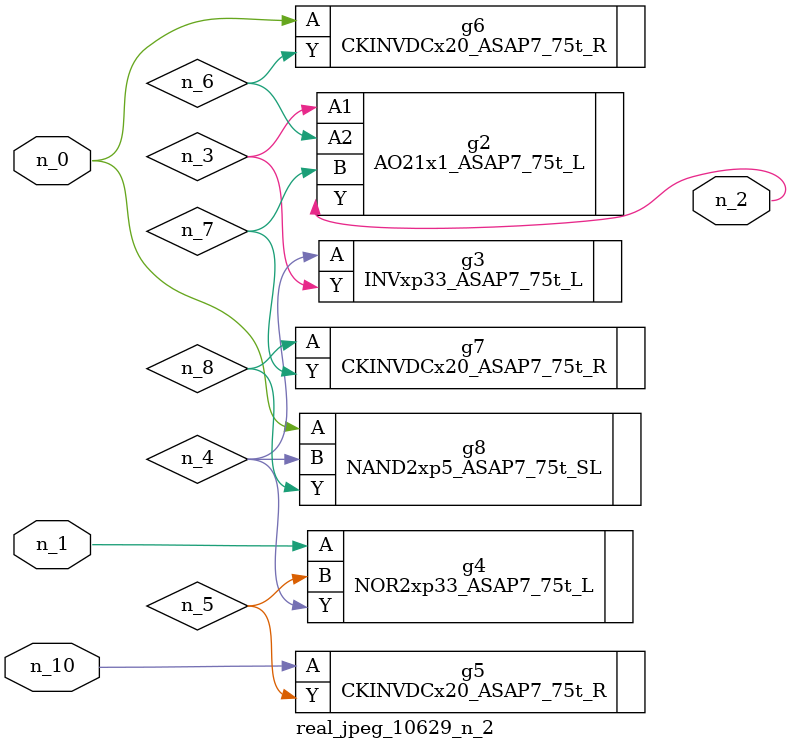
<source format=v>
module real_jpeg_10629_n_2 (n_1, n_10, n_0, n_2);

input n_1;
input n_10;
input n_0;

output n_2;

wire n_5;
wire n_4;
wire n_8;
wire n_6;
wire n_7;
wire n_3;

CKINVDCx20_ASAP7_75t_R g6 ( 
.A(n_0),
.Y(n_6)
);

NAND2xp5_ASAP7_75t_SL g8 ( 
.A(n_0),
.B(n_4),
.Y(n_8)
);

NOR2xp33_ASAP7_75t_L g4 ( 
.A(n_1),
.B(n_5),
.Y(n_4)
);

AO21x1_ASAP7_75t_L g2 ( 
.A1(n_3),
.A2(n_6),
.B(n_7),
.Y(n_2)
);

INVxp33_ASAP7_75t_L g3 ( 
.A(n_4),
.Y(n_3)
);

CKINVDCx20_ASAP7_75t_R g7 ( 
.A(n_8),
.Y(n_7)
);

CKINVDCx20_ASAP7_75t_R g5 ( 
.A(n_10),
.Y(n_5)
);


endmodule
</source>
